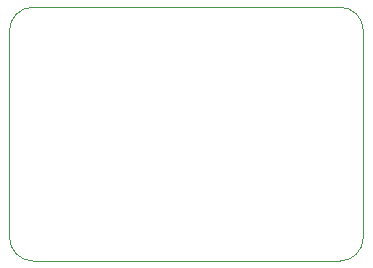
<source format=gm1>
G04 #@! TF.GenerationSoftware,KiCad,Pcbnew,(6.0.7-1)-1*
G04 #@! TF.CreationDate,2024-07-24T16:53:06+03:00*
G04 #@! TF.ProjectId,Thermal,54686572-6d61-46c2-9e6b-696361645f70,rev?*
G04 #@! TF.SameCoordinates,Original*
G04 #@! TF.FileFunction,Profile,NP*
%FSLAX46Y46*%
G04 Gerber Fmt 4.6, Leading zero omitted, Abs format (unit mm)*
G04 Created by KiCad (PCBNEW (6.0.7-1)-1) date 2024-07-24 16:53:06*
%MOMM*%
%LPD*%
G01*
G04 APERTURE LIST*
G04 #@! TA.AperFunction,Profile*
%ADD10C,0.100000*%
G04 #@! TD*
G04 APERTURE END LIST*
D10*
X414963800Y-110500000D02*
X414963800Y-93000000D01*
X414963800Y-93000000D02*
G75*
G03*
X412963800Y-91000000I-2000000J0D01*
G01*
X387000000Y-91000000D02*
G75*
G03*
X385000000Y-93000000I0J-2000000D01*
G01*
X385000000Y-110500000D02*
G75*
G03*
X387000000Y-112500000I2000000J0D01*
G01*
X412963800Y-112500000D02*
X387000000Y-112500000D01*
X385000000Y-110500000D02*
X385000000Y-93000000D01*
X412963800Y-112500000D02*
G75*
G03*
X414963800Y-110500000I0J2000000D01*
G01*
X387000000Y-91000000D02*
X412963800Y-91000000D01*
M02*

</source>
